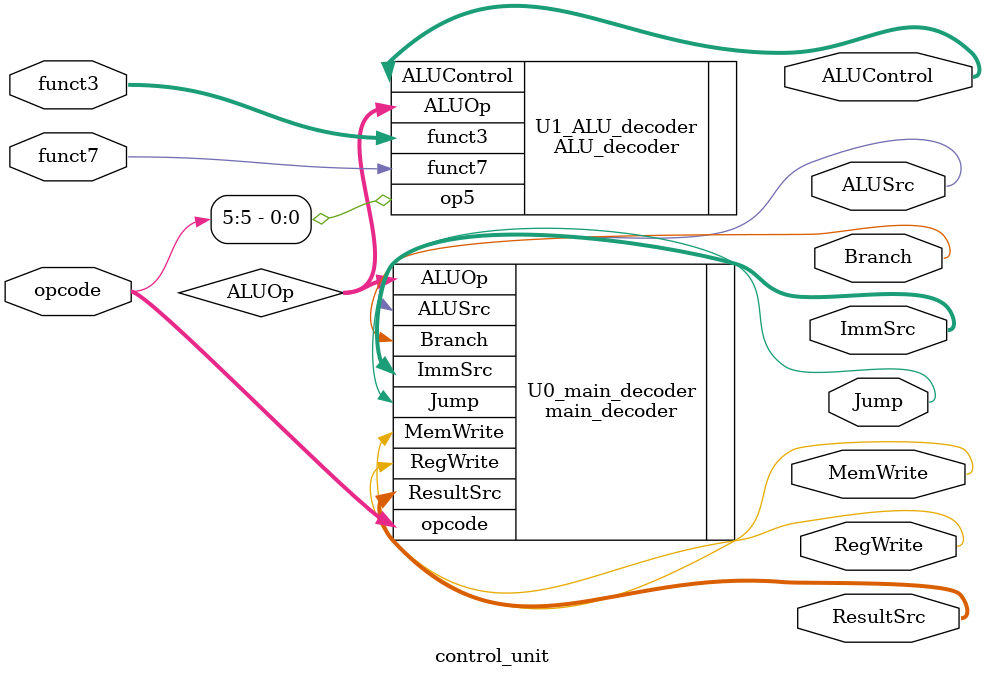
<source format=v>
module control_unit 
(
    input  wire    [6:0]      opcode     ,
    input  wire    [2:0]      funct3     ,
    input  wire               funct7     ,
    //input  wire               zero       ,

    //output wire               PCSrc      ,
    output wire               RegWrite   ,
    output wire    [1:0]      ResultSrc  ,
    output wire               MemWrite   ,
    output wire               Jump       ,
    output wire               Branch     ,
    output wire    [2:0]      ALUControl ,
    output wire               ALUSrc     ,
    output wire    [1:0]      ImmSrc     
    
);

    wire           [1:0]      ALUOp      ;

//assign PCSrc = (zero & Branch) | Jump    ;

main_decoder U0_main_decoder (
    .opcode     (opcode     ) ,
 
    .ResultSrc  (ResultSrc  ) ,
    .MemWrite   (MemWrite   ) ,
    .ALUSrc     (ALUSrc     ) ,
    .ALUOp      (ALUOp      ) ,
    .ImmSrc     (ImmSrc     ) ,
    .RegWrite   (RegWrite   ) ,
    .Branch     (Branch     ) ,
    .Jump       (Jump       )
);

ALU_decoder U1_ALU_decoder (
    .op5        (opcode[5]  ) ,
    .ALUOp      (ALUOp      ) ,
    .funct3     (funct3     ) ,
    .funct7     (funct7     ) ,
      
    .ALUControl (ALUControl )
);


endmodule
</source>
